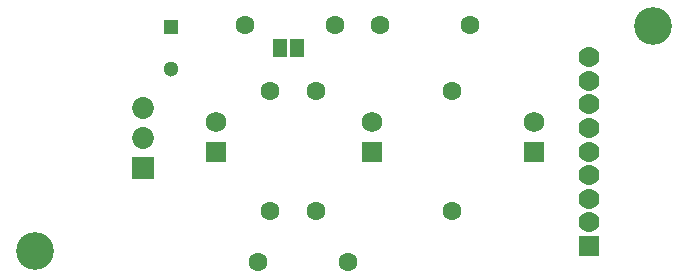
<source format=gbr>
%TF.GenerationSoftware,Altium Limited,Altium Designer,20.0.10 (225)*%
G04 Layer_Color=8388736*
%FSLAX26Y26*%
%MOIN*%
%TF.FileFunction,Soldermask,Top*%
%TF.Part,Single*%
G01*
G75*
%TA.AperFunction,ComponentPad*%
%ADD14R,0.051181X0.051181*%
%ADD15C,0.051181*%
%ADD25C,0.063118*%
%ADD26C,0.072961*%
%ADD27R,0.072961X0.072961*%
%ADD28R,0.069024X0.069024*%
%ADD29C,0.069024*%
%TA.AperFunction,ViaPad*%
%ADD30C,0.069811*%
%ADD31R,0.069811X0.069811*%
%ADD32C,0.126110*%
%TA.AperFunction,SMDPad,CuDef*%
%ADD36R,0.051307X0.061150*%
D14*
X3219000Y4876000D02*
D03*
D15*
Y4738205D02*
D03*
D25*
X3465000Y4883000D02*
D03*
X3765000D02*
D03*
X4155000Y4664000D02*
D03*
Y4264000D02*
D03*
X3913000Y4883000D02*
D03*
X4213000D02*
D03*
X3508000Y4094000D02*
D03*
X3808000D02*
D03*
X3546000Y4664000D02*
D03*
Y4264000D02*
D03*
X3702000Y4664000D02*
D03*
Y4264000D02*
D03*
D26*
X3123000Y4605472D02*
D03*
Y4505472D02*
D03*
D27*
Y4405472D02*
D03*
D28*
X3369197Y4461811D02*
D03*
X3888882D02*
D03*
X4427465D02*
D03*
D29*
X3369197Y4561811D02*
D03*
X3888882D02*
D03*
X4427465D02*
D03*
D30*
X4609370Y4776961D02*
D03*
Y4698220D02*
D03*
Y4619480D02*
D03*
Y4540740D02*
D03*
Y4462000D02*
D03*
Y4383260D02*
D03*
Y4304520D02*
D03*
Y4225779D02*
D03*
D31*
Y4147039D02*
D03*
D32*
X4825905Y4881890D02*
D03*
X2765378Y4129095D02*
D03*
D36*
X3581457Y4808000D02*
D03*
X3638543D02*
D03*
%TF.MD5,411f6e1c5c23b2dc87a4a2c88cf78132*%
M02*

</source>
